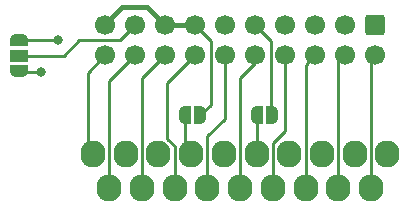
<source format=gbr>
%TF.GenerationSoftware,KiCad,Pcbnew,7.0.9*%
%TF.CreationDate,2024-01-09T00:20:39-06:00*%
%TF.ProjectId,db19-to-idc20,64623139-2d74-46f2-9d69-646332302e6b,1.1*%
%TF.SameCoordinates,Original*%
%TF.FileFunction,Copper,L1,Top*%
%TF.FilePolarity,Positive*%
%FSLAX46Y46*%
G04 Gerber Fmt 4.6, Leading zero omitted, Abs format (unit mm)*
G04 Created by KiCad (PCBNEW 7.0.9) date 2024-01-09 00:20:39*
%MOMM*%
%LPD*%
G01*
G04 APERTURE LIST*
G04 Aperture macros list*
%AMRoundRect*
0 Rectangle with rounded corners*
0 $1 Rounding radius*
0 $2 $3 $4 $5 $6 $7 $8 $9 X,Y pos of 4 corners*
0 Add a 4 corners polygon primitive as box body*
4,1,4,$2,$3,$4,$5,$6,$7,$8,$9,$2,$3,0*
0 Add four circle primitives for the rounded corners*
1,1,$1+$1,$2,$3*
1,1,$1+$1,$4,$5*
1,1,$1+$1,$6,$7*
1,1,$1+$1,$8,$9*
0 Add four rect primitives between the rounded corners*
20,1,$1+$1,$2,$3,$4,$5,0*
20,1,$1+$1,$4,$5,$6,$7,0*
20,1,$1+$1,$6,$7,$8,$9,0*
20,1,$1+$1,$8,$9,$2,$3,0*%
%AMFreePoly0*
4,1,19,0.000000,0.744911,0.071157,0.744911,0.207708,0.704816,0.327430,0.627875,0.420627,0.520320,0.479746,0.390866,0.500000,0.250000,0.500000,-0.250000,0.479746,-0.390866,0.420627,-0.520320,0.327430,-0.627875,0.207708,-0.704816,0.071157,-0.744911,0.000000,-0.744911,0.000000,-0.750000,-0.550000,-0.750000,-0.550000,0.750000,0.000000,0.750000,0.000000,0.744911,0.000000,0.744911,
$1*%
%AMFreePoly1*
4,1,19,0.550000,-0.750000,0.000000,-0.750000,0.000000,-0.744911,-0.071157,-0.744911,-0.207708,-0.704816,-0.327430,-0.627875,-0.420627,-0.520320,-0.479746,-0.390866,-0.500000,-0.250000,-0.500000,0.250000,-0.479746,0.390866,-0.420627,0.520320,-0.327430,0.627875,-0.207708,0.704816,-0.071157,0.744911,0.000000,0.744911,0.000000,0.750000,0.550000,0.750000,0.550000,-0.750000,0.550000,-0.750000,
$1*%
%AMFreePoly2*
4,1,19,0.500000,-0.750000,0.000000,-0.750000,0.000000,-0.744911,-0.071157,-0.744911,-0.207708,-0.704816,-0.327430,-0.627875,-0.420627,-0.520320,-0.479746,-0.390866,-0.500000,-0.250000,-0.500000,0.250000,-0.479746,0.390866,-0.420627,0.520320,-0.327430,0.627875,-0.207708,0.704816,-0.071157,0.744911,0.000000,0.744911,0.000000,0.750000,0.500000,0.750000,0.500000,-0.750000,0.500000,-0.750000,
$1*%
%AMFreePoly3*
4,1,19,0.000000,0.744911,0.071157,0.744911,0.207708,0.704816,0.327430,0.627875,0.420627,0.520320,0.479746,0.390866,0.500000,0.250000,0.500000,-0.250000,0.479746,-0.390866,0.420627,-0.520320,0.327430,-0.627875,0.207708,-0.704816,0.071157,-0.744911,0.000000,-0.744911,0.000000,-0.750000,-0.500000,-0.750000,-0.500000,0.750000,0.000000,0.750000,0.000000,0.744911,0.000000,0.744911,
$1*%
G04 Aperture macros list end*
%TA.AperFunction,ComponentPad*%
%ADD10O,2.100000X2.300000*%
%TD*%
%TA.AperFunction,SMDPad,CuDef*%
%ADD11FreePoly0,270.000000*%
%TD*%
%TA.AperFunction,SMDPad,CuDef*%
%ADD12R,1.500000X1.000000*%
%TD*%
%TA.AperFunction,SMDPad,CuDef*%
%ADD13FreePoly1,270.000000*%
%TD*%
%TA.AperFunction,SMDPad,CuDef*%
%ADD14FreePoly2,0.000000*%
%TD*%
%TA.AperFunction,SMDPad,CuDef*%
%ADD15FreePoly3,0.000000*%
%TD*%
%TA.AperFunction,ComponentPad*%
%ADD16C,1.700000*%
%TD*%
%TA.AperFunction,ComponentPad*%
%ADD17RoundRect,0.250000X-0.600000X0.600000X-0.600000X-0.600000X0.600000X-0.600000X0.600000X0.600000X0*%
%TD*%
%TA.AperFunction,ViaPad*%
%ADD18C,0.800000*%
%TD*%
%TA.AperFunction,Conductor*%
%ADD19C,0.250000*%
%TD*%
%TA.AperFunction,Conductor*%
%ADD20C,0.400000*%
%TD*%
G04 APERTURE END LIST*
D10*
%TO.P,J1,1,1*%
%TO.N,/GND1*%
X167238000Y-126850000D03*
%TO.P,J1,2,2*%
%TO.N,/GND2*%
X164468000Y-126850000D03*
%TO.P,J1,3,3*%
%TO.N,/GND3*%
X161698000Y-126850000D03*
%TO.P,J1,4,4*%
%TO.N,/A2_EN3.5*%
X158928000Y-126850000D03*
%TO.P,J1,5,5*%
%TO.N,Net-(JP1-A)*%
X156158000Y-126850000D03*
%TO.P,J1,6,6*%
%TO.N,/A2_5V*%
X153388000Y-126850000D03*
%TO.P,J1,7,7*%
%TO.N,/DB19_12V*%
X150618000Y-126850000D03*
%TO.P,J1,8,8*%
X147848000Y-126850000D03*
%TO.P,J1,9,9*%
%TO.N,/DB19_DRIVE2*%
X145078000Y-126850000D03*
%TO.P,J1,10,10*%
%TO.N,/A2_WPROT*%
X142308000Y-126850000D03*
%TO.P,J1,11,P11*%
%TO.N,/A2_PH0*%
X165853000Y-129690000D03*
%TO.P,J1,12,P12*%
%TO.N,/A2_PH1*%
X163083000Y-129690000D03*
%TO.P,J1,13,P13*%
%TO.N,/A2_PH2*%
X160313000Y-129690000D03*
%TO.P,J1,14,P14*%
%TO.N,/A2_PH3*%
X157543000Y-129690000D03*
%TO.P,J1,15,P15*%
%TO.N,/A2_WREQ*%
X154773000Y-129690000D03*
%TO.P,J1,16,P16*%
%TO.N,/A2_HDSEL*%
X152003000Y-129690000D03*
%TO.P,J1,17,P17*%
%TO.N,/A2_DRIVE1*%
X149233000Y-129690000D03*
%TO.P,J1,18,P18*%
%TO.N,/A2_RD_DATA*%
X146463000Y-129690000D03*
%TO.P,J1,19,P19*%
%TO.N,/A2_WR_DATA*%
X143693000Y-129690000D03*
%TD*%
D11*
%TO.P,JP4,3,B*%
%TO.N,/DB19_DRIVE2*%
X136017000Y-119821000D03*
D12*
%TO.P,JP4,2,C*%
%TO.N,/IDC_PIN17*%
X136017000Y-118521000D03*
D13*
%TO.P,JP4,1,A*%
%TO.N,/DB19_12V*%
X136017000Y-117221000D03*
%TD*%
D14*
%TO.P,JP2,1,A*%
%TO.N,/DB19_12V*%
X150114000Y-123571000D03*
D15*
%TO.P,JP2,2,B*%
%TO.N,/IDC20_12V*%
X151414000Y-123571000D03*
%TD*%
D14*
%TO.P,JP1,1,A*%
%TO.N,Net-(JP1-A)*%
X156180000Y-123571000D03*
D15*
%TO.P,JP1,2,B*%
%TO.N,Net-(J2-Pin_9)*%
X157480000Y-123571000D03*
%TD*%
D16*
%TO.P,J2,20,Pin_20*%
%TO.N,/A2_WPROT*%
X143343000Y-118491000D03*
%TO.P,J2,19,Pin_19*%
%TO.N,/IDC20_12V*%
X143343000Y-115951000D03*
%TO.P,J2,18,Pin_18*%
%TO.N,/A2_WR_DATA*%
X145883000Y-118491000D03*
%TO.P,J2,17,Pin_17*%
%TO.N,/IDC_PIN17*%
X145883000Y-115951000D03*
%TO.P,J2,16,Pin_16*%
%TO.N,/A2_RD_DATA*%
X148423000Y-118491000D03*
%TO.P,J2,15,Pin_15*%
%TO.N,/IDC20_12V*%
X148423000Y-115951000D03*
%TO.P,J2,14,Pin_14*%
%TO.N,/A2_DRIVE1*%
X150963000Y-118491000D03*
%TO.P,J2,13,Pin_13*%
%TO.N,/IDC20_12V*%
X150963000Y-115951000D03*
%TO.P,J2,12,Pin_12*%
%TO.N,/A2_HDSEL*%
X153503000Y-118491000D03*
%TO.P,J2,11,Pin_11*%
%TO.N,/A2_5V*%
X153503000Y-115951000D03*
%TO.P,J2,10,Pin_10*%
%TO.N,/A2_WREQ*%
X156043000Y-118491000D03*
%TO.P,J2,9,Pin_9*%
%TO.N,Net-(J2-Pin_9)*%
X156043000Y-115951000D03*
%TO.P,J2,8,Pin_8*%
%TO.N,/A2_PH3*%
X158583000Y-118491000D03*
%TO.P,J2,7,Pin_7*%
%TO.N,/A2_EN3.5*%
X158583000Y-115951000D03*
%TO.P,J2,6,Pin_6*%
%TO.N,/A2_PH2*%
X161123000Y-118491000D03*
%TO.P,J2,5,Pin_5*%
%TO.N,/GND3*%
X161123000Y-115951000D03*
%TO.P,J2,4,Pin_4*%
%TO.N,/A2_PH1*%
X163663000Y-118491000D03*
%TO.P,J2,3,Pin_3*%
%TO.N,/GND2*%
X163663000Y-115951000D03*
%TO.P,J2,2,Pin_2*%
%TO.N,/A2_PH0*%
X166203000Y-118491000D03*
D17*
%TO.P,J2,1,Pin_1*%
%TO.N,/GND1*%
X166203000Y-115951000D03*
%TD*%
D18*
%TO.N,/DB19_12V*%
X139319000Y-117221000D03*
%TO.N,/DB19_DRIVE2*%
X137922000Y-119888000D03*
%TD*%
D19*
%TO.N,/DB19_12V*%
X139319000Y-117221000D02*
X136017000Y-117221000D01*
%TO.N,/A2_PH3*%
X158583000Y-124881000D02*
X158583000Y-118491000D01*
X157543000Y-125921000D02*
X158583000Y-124881000D01*
X157543000Y-129690000D02*
X157543000Y-125921000D01*
%TO.N,/A2_WPROT*%
X141859000Y-119975000D02*
X143343000Y-118491000D01*
X141859000Y-126401000D02*
X141859000Y-119975000D01*
X142308000Y-126850000D02*
X141859000Y-126401000D01*
%TO.N,/IDC_PIN17*%
X144613000Y-117221000D02*
X145883000Y-115951000D01*
X141167500Y-117221000D02*
X144613000Y-117221000D01*
X139867500Y-118521000D02*
X141167500Y-117221000D01*
X136017000Y-118521000D02*
X139867500Y-118521000D01*
D20*
%TO.N,/IDC20_12V*%
X146899000Y-114427000D02*
X148423000Y-115951000D01*
X144780000Y-114427000D02*
X146899000Y-114427000D01*
X143343000Y-115864000D02*
X144780000Y-114427000D01*
X143343000Y-115951000D02*
X143343000Y-115864000D01*
D19*
%TO.N,Net-(J2-Pin_9)*%
X157353000Y-117261000D02*
X156043000Y-115951000D01*
X157353000Y-123444000D02*
X157353000Y-117261000D01*
X157480000Y-123571000D02*
X157353000Y-123444000D01*
%TO.N,/A2_DRIVE1*%
X148590000Y-120864000D02*
X150963000Y-118491000D01*
X148590000Y-125547456D02*
X148590000Y-120864000D01*
X149223000Y-126180456D02*
X148590000Y-125547456D01*
X149223000Y-129680000D02*
X149223000Y-126180456D01*
X149233000Y-129690000D02*
X149223000Y-129680000D01*
%TO.N,/A2_HDSEL*%
X153503000Y-123865000D02*
X153503000Y-118491000D01*
X152003000Y-125365000D02*
X153503000Y-123865000D01*
X152003000Y-129690000D02*
X152003000Y-125365000D01*
%TO.N,/A2_WREQ*%
X156043000Y-119166000D02*
X156043000Y-118491000D01*
X154773000Y-120436000D02*
X156043000Y-119166000D01*
X154773000Y-129690000D02*
X154773000Y-120436000D01*
%TO.N,/IDC20_12V*%
X152273000Y-117261000D02*
X150963000Y-115951000D01*
X152273000Y-122712000D02*
X152273000Y-117261000D01*
X151414000Y-123571000D02*
X152273000Y-122712000D01*
%TO.N,/DB19_DRIVE2*%
X137922000Y-119888000D02*
X136084000Y-119888000D01*
X136084000Y-119888000D02*
X136017000Y-119821000D01*
D20*
%TO.N,/IDC20_12V*%
X148423000Y-115951000D02*
X150963000Y-115951000D01*
D19*
%TO.N,/DB19_12V*%
X150114000Y-126346000D02*
X150114000Y-123571000D01*
X150618000Y-126850000D02*
X150114000Y-126346000D01*
%TO.N,Net-(JP1-A)*%
X156158000Y-123593000D02*
X156180000Y-123571000D01*
X156158000Y-126850000D02*
X156158000Y-123593000D01*
%TO.N,/A2_PH0*%
X165853000Y-118841000D02*
X166203000Y-118491000D01*
X165853000Y-129690000D02*
X165853000Y-118841000D01*
%TO.N,/A2_PH1*%
X163083000Y-119071000D02*
X163663000Y-118491000D01*
X163083000Y-129690000D02*
X163083000Y-119071000D01*
%TO.N,/A2_PH2*%
X160313000Y-119301000D02*
X161123000Y-118491000D01*
X160313000Y-129690000D02*
X160313000Y-119301000D01*
%TO.N,/A2_RD_DATA*%
X146463000Y-120451000D02*
X148423000Y-118491000D01*
X146463000Y-129690000D02*
X146463000Y-120451000D01*
%TO.N,/A2_WR_DATA*%
X143693000Y-120681000D02*
X145883000Y-118491000D01*
X143693000Y-129690000D02*
X143693000Y-120681000D01*
%TD*%
M02*

</source>
